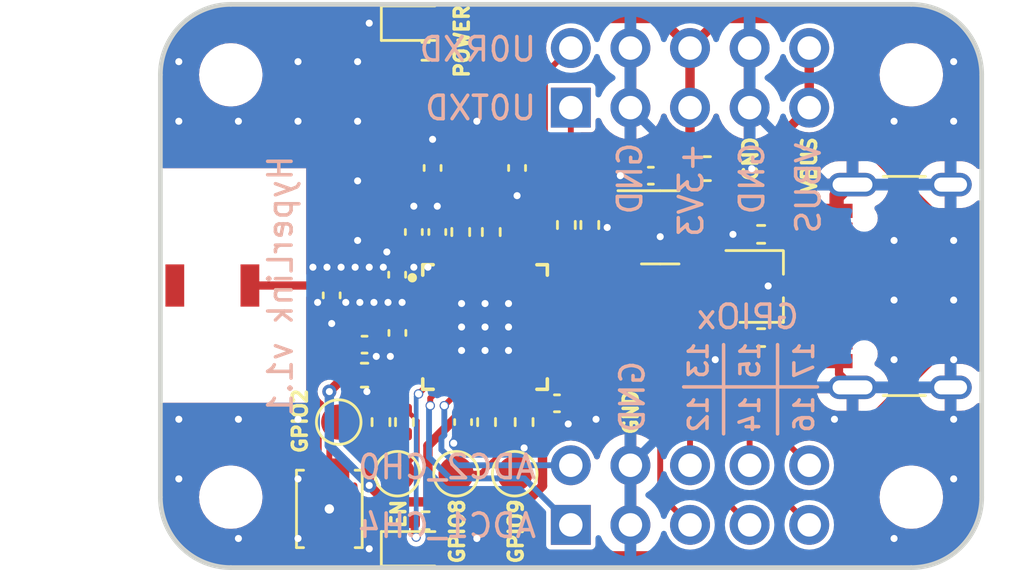
<source format=kicad_pcb>
(kicad_pcb (version 20221018) (generator pcbnew)
  (layers (0 "F.Cu" signal) (31 "B.Cu" signal) (34 "B.Paste" user) (35 "F.Paste" user) (36 "B.SilkS" user "B.Silkscreen") (37 "F.SilkS" user "F.Silkscreen") (38 "B.Mask" user) (39 "F.Mask" user) (44 "Edge.Cuts" user))
  (net 0 "")
  (net 1 "+3V3")
  (net 4 "VBUS")
  (net 5 "GND")
  (net 11 "/USB_D-")
  (net 12 "/USB_D+")
  (net 14 "/GPIO9")
  (net 15 "/GPIO2")
  (net 16 "/EN")
  (net 17 "/RF")
  (net 18 "/ANT")
  (net 19 "/GPIO8")
  (net 20 "/XTAL_P")
  (net 21 "/XTAL_N")
  (net 22 "/XTAL_P_RES")
  (net 23 "/VDD3P3")
  (net 24 "/U0RXD")
  (net 25 "/U0TXD")
  (net 26 "/GPIO12")
  (net 27 "/GPIO13")
  (net 28 "/GPIO14")
  (net 29 "/GPIO15")
  (net 30 "/GPIO16")
  (net 31 "/GPIO17")
  (net 32 "/ADC1_CH4")
  (net 33 "/ADC2_CH0")
  (net 34 "/U0TXD_RES")
  (net 35 "/CC1")
  (net 36 "/CC2")
  (net 38 "/LDO_EN")
  (net 39 "/STATUS_LED_RES")
  (net 40 "/POWER_LED_RES")
  (net 41 "/STATUS_LED")
  (footprint "Package_TO_SOT_SMD:SOT-23-5" (layer "F.Cu") (at 140.3 79.5)
    (fp_text reference "U3" hide)
    (fp_text value "MIC5504-3.3YM5" hide)
  )
  (footprint "Resistor_SMD:R_0402_1005Metric" (layer "F.Cu") (at 144.6 79.8 180)
    (fp_text reference "R7" hide)
    (fp_text value "5k1" hide)
  )
  (footprint "TestPoint:TestPoint_Pad_D1.5mm" (layer "F.Cu") (at 126.6 87.8)
    (fp_text reference "TP4" hide)
    (fp_text value "GPIO2" hide)
  )
  (footprint "MountingHole:MountingHole_2.2mm_M2" (layer "F.Cu") (at 122 73)
    (fp_text reference "H3" hide)
    (fp_text value "MountingHole" hide)
  )
  (footprint "Resistor_SMD:R_0402_1005Metric" (layer "F.Cu") (at 129.4 87.8 90)
    (fp_text reference "R4" hide)
    (fp_text value "10k" hide)
  )
  (footprint "Capacitor_SMD:C_0402_1005Metric" (layer "F.Cu") (at 135.9 87)
    (fp_text reference "C2" hide)
    (fp_text value "100n" hide)
  )
  (footprint "MountingHole:MountingHole_2.2mm_M2" (layer "F.Cu") (at 151 73)
    (fp_text reference "H2" hide)
    (fp_text value "MountingHole" hide)
  )
  (footprint "Resistor_SMD:R_0402_1005Metric" (layer "F.Cu") (at 144.6 84.2 180)
    (fp_text reference "R8" hide)
    (fp_text value "5k1" hide)
  )
  (footprint "Capacitor_SMD:C_0402_1005Metric" (layer "F.Cu") (at 130.6 76.970999 90)
    (fp_text reference "C5" hide)
    (fp_text value "10p" hide)
  )
  (footprint "Resistor_SMD:R_0402_1005Metric" (layer "F.Cu") (at 136.3 79.4 -90)
    (fp_text reference "R1" hide)
    (fp_text value "1k5" hide)
  )
  (footprint "Capacitor_SMD:C_0603_1608Metric" (layer "F.Cu") (at 142.3 77)
    (fp_text reference "C7" hide)
    (fp_text value "10u" hide)
  )
  (footprint "TestPoint:TestPoint_Pad_D1.5mm" (layer "F.Cu") (at 134.1 90)
    (fp_text reference "TP2" hide)
    (fp_text value "GPIO9" hide)
  )
  (footprint "Capacitor_SMD:C_0603_1608Metric" (layer "F.Cu") (at 127.7 85.8)
    (fp_text reference "C18" hide)
    (fp_text value "10u" hide)
  )
  (footprint "encyclopedia_galactica:USB4105-GF-A" (layer "F.Cu") (at 151.6 82 90)
    (fp_text reference "J1" hide)
    (fp_text value "USB_C_Receptacle_USB2.0" hide)
  )
  (footprint "Capacitor_SMD:C_0402_1005Metric" (layer "F.Cu") (at 126.3 82.4 -90)
    (fp_text reference "C14" hide)
    (fp_text value "3p9" hide)
  )
  (footprint "Capacitor_SMD:C_0402_1005Metric" (layer "F.Cu") (at 130.8 79.7 90)
    (fp_text reference "C4" hide)
    (fp_text value "1u" hide)
  )
  (footprint "Capacitor_SMD:C_0402_1005Metric" (layer "F.Cu") (at 129.09 81.52 90)
    (fp_text reference "C1" hide)
    (fp_text value "4p5" hide)
  )
  (footprint "Inductor_SMD:L_0402_1005Metric" (layer "F.Cu") (at 127.7 81.95)
    (fp_text reference "L1" hide)
    (fp_text value "1.8nH" hide)
  )
  (footprint "Capacitor_SMD:C_0402_1005Metric" (layer "F.Cu") (at 134.2 76.970999 -90)
    (fp_text reference "C6" hide)
    (fp_text value "10p" hide)
  )
  (footprint "Inductor_SMD:L_0402_1005Metric" (layer "F.Cu") (at 127.7 83.5)
    (fp_text reference "L2" hide)
    (fp_text value "2n" hide)
  )
  (footprint "TestPoint:TestPoint_Pad_D1.5mm" (layer "F.Cu") (at 131.6 90)
    (fp_text reference "TP3" hide)
    (fp_text value "GPIO8" hide)
  )
  (footprint "Resistor_SMD:R_0402_1005Metric" (layer "F.Cu") (at 137.3 79.4 90)
    (fp_text reference "R10" hide)
    (fp_text value "10k" hide)
  )
  (footprint "Capacitor_SMD:C_0402_1005Metric" (layer "F.Cu") (at 129.1 84 -90)
    (fp_text reference "C15" hide)
    (fp_text value "100n" hide)
  )
  (footprint "MountingHole:MountingHole_2.2mm_M2" (layer "F.Cu") (at 151 91)
    (fp_text reference "H1" hide)
    (fp_text value "MountingHole" hide)
  )
  (footprint "Resistor_SMD:R_0402_1005Metric" (layer "F.Cu") (at 134.5 87.8 -90)
    (fp_text reference "R9" hide)
    (fp_text value "10k" hide)
  )
  (footprint "Connector_PinHeader_2.54mm:PinHeader_2x05_P2.54mm_Vertical" (layer "F.Cu") (at 136.49 92.18 90)
    (fp_text reference "J2" hide)
    (fp_text value "Conn_02x05_Odd_Even" hide)
  )
  (footprint "Connector_PinHeader_2.54mm:PinHeader_2x05_P2.54mm_Vertical" (layer "F.Cu") (at 136.49 74.4 90)
    (fp_text reference "J3" hide)
    (fp_text value "Conn_02x05_Odd_Even" hide)
  )
  (footprint "Capacitor_SMD:C_0402_1005Metric" (layer "F.Cu") (at 129.8 79.7 90)
    (fp_text reference "C3" hide)
    (fp_text value "10n" hide)
  )
  (footprint "Resistor_SMD:R_0402_1005Metric" (layer "F.Cu") (at 132.9 87.8 90)
    (fp_text reference "R2" hide)
    (fp_text value "10k" hide)
  )
  (footprint "Capacitor_SMD:C_0402_1005Metric" (layer "F.Cu") (at 139.9 77.3 180)
    (fp_text reference "C12" hide)
    (fp_text value "1u" hide)
  )
  (footprint "Resistor_SMD:R_0402_1005Metric" (layer "F.Cu") (at 128.4 87.8 90)
    (fp_text reference "R3" hide)
    (fp_text value "10k" hide)
  )
  (footprint "Resistor_SMD:R_0402_1005Metric" (layer "F.Cu") (at 131.8 79.7 -90)
    (fp_text reference "R6" hide)
    (fp_text value "0R" hide)
  )
  (footprint "Resistor_SMD:R_0402_1005Metric" (layer "F.Cu") (at 130.3 72)
    (fp_text reference "R12" hide)
    (fp_text value "1k" hide)
  )
  (footprint "encyclopedia_galactica:ABM11W-30.0000MHZ-7-D1X-T3" (layer "F.Cu") (at 132.400001 77.150999 180)
    (fp_text reference "Y1" hide)
    (fp_text value "ABM11W-40.0000MHZ-8-B1U-T3" hide)
  )
  (footprint "Capacitor_SMD:C_0402_1005Metric" (layer "F.Cu") (at 131.9 87.8 -90)
    (fp_text reference "C17" hide)
    (fp_text value "100n" hide)
  )
  (footprint "Resistor_SMD:R_0402_1005Metric" (layer "F.Cu") (at 130.3 92)
    (fp_text reference "R11" hide)
    (fp_text value "1k" hide)
  )
  (footprint "LED_SMD:LED_0603_1608Metric" (layer "F.Cu") (at 129.9 70.8)
    (fp_text reference "D2" hide)
    (fp_text value "LED" hide)
  )
  (footprint "MountingHole:MountingHole_2.2mm_M2" (layer "F.Cu") (at 122 91)
    (fp_text reference "H4" hide)
    (fp_text value "MountingHole" hide)
  )
  (footprint "Package_TO_SOT_SMD:TSOT-23" (layer "F.Cu") (at 144.6 82)
    (fp_text reference "U2" hide)
    (fp_text value "PESD2USB5UXT" hide)
  )
  (footprint "LED_SMD:LED_0603_1608Metric" (layer "F.Cu") (at 129.9 93.2)
    (fp_text reference "D1" hide)
    (fp_text value "LED" hide)
  )
  (footprint "encyclopedia_galactica:QFN32_5X5_EXP" (layer "F.Cu") (at 132.834851 83.7487)
    (fp_text reference "U1" hide)
    (fp_text value "ESP32-C3" hide)
  )
  (footprint "Capacitor_SMD:C_0402_1005Metric" (layer "F.Cu") (at 127.7 84.5)
    (fp_text reference "C16" hide)
    (fp_text value "100n" hide)
  )
  (footprint "TestPoint:TestPoint_Pad_D1.5mm" (layer "F.Cu") (at 129.1 90)
    (fp_text reference "TP1" hide)
    (fp_text value "EN" hide)
  )
  (footprint "Button_Switch_SMD:SW_SPST_B3U-1000P" (layer "F.Cu") (at 126.2 91.5 90)
    (fp_text reference "SW1" hide)
    (fp_text value "SW_Push" hide)
  )
  (footprint "encyclopedia_galactica:2108838-1" (layer "F.Cu") (at 118.715 81.98)
    (fp_text reference "AE1" hide)
    (fp_text value "2108838-1" hide)
  )
  (footprint "Resistor_SMD:R_0402_1005Metric" (layer "F.Cu") (at 133.1 79.7 -90)
    (fp_text reference "R5" hide)
    (fp_text value "500R" hide)
  )
  (gr_line (start 143 84.5) (end 143 88.3) (stroke (width 0.15)) (layer "B.SilkS"))
  (gr_line (start 145.3 84.5) (end 145.3 88.3) (stroke (width 0.15)) (layer "B.SilkS"))
  (gr_line (start 141.3 86.3) (end 147 86.3) (stroke (width 0.15)) (layer "B.SilkS"))
  (gr_line locked (start 122.000001 94) (end 151 94) (stroke (width 0.2)) (layer "Edge.Cuts"))
  (gr_arc locked (start 154.000002 91.000001) (mid 153.121322 93.121321) (end 151.000002 94.000001) (stroke (width 0.2)) (layer "Edge.Cuts"))
  (gr_line locked (start 119.000001 72.999999) (end 119 91) (stroke (width 0.2)) (layer "Edge.Cuts"))
  (gr_arc locked (start 151.000002 69.999999) (mid 153.121321 70.878679) (end 154.000002 72.999999) (stroke (width 0.2)) (layer "Edge.Cuts"))
  (gr_arc locked (start 122 94.000001) (mid 119.878673 93.121322) (end 119 91.000001) (stroke (width 0.2)) (layer "Edge.Cuts"))
  (gr_line locked (start 154.000003 73) (end 154.000002 91.000001) (stroke (width 0.2)) (layer "Edge.Cuts"))
  (gr_arc locked (start 119.000001 73) (mid 119.878674 70.878667) (end 122.000001 70) (stroke (width 0.2)) (layer "Edge.Cuts"))
  (gr_line locked (start 122.000001 70) (end 151 70) (stroke (width 0.2)) (layer "Edge.Cuts"))
  (gr_text "ADC1_CH4" (at 135.1 92.8) (layer "B.SilkS") (effects (font (size 1 1)) (justify left bottom mirror)))
  (gr_text "GND" (at 139.6 75.8 90) (layer "B.SilkS") (effects (font (size 1 1)) (justify left bottom mirror)))
  (gr_text "12" (at 142.4 86.6 90) (layer "B.SilkS") (effects (font (size 0.8 0.8)) (justify left bottom mirror)))
  (gr_text "GPIOx" (at 146.3 83.9) (layer "B.SilkS") (effects (font (size 1 1)) (justify left bottom mirror)))
  (gr_text "HyperLink v1.1" (at 124.7 76.35 90) (layer "B.SilkS") (effects (font (size 1 1)) (justify left bottom mirror)))
  (gr_text "17" (at 146.9 84.3 90) (layer "B.SilkS") (effects (font (size 0.8 0.8)) (justify left bottom mirror)))
  (gr_text "15" (at 144.6 84.3 90) (layer "B.SilkS") (effects (font (size 0.8 0.8)) (justify left bottom mirror)))
  (gr_text "13" (at 142.4 84.3 90) (layer "B.SilkS") (effects (font (size 0.8 0.8)) (justify left bottom mirror)))
  (gr_text "U0TXD" (at 135.1 75) (layer "B.SilkS") (effects (font (size 1 1)) (justify left bottom mirror)))
  (gr_text "16" (at 146.9 86.6 90) (layer "B.SilkS") (effects (font (size 0.8 0.8)) (justify left bottom mirror)))
  (gr_text "VBUS" (at 147.2 75.8 90) (layer "B.SilkS") (effects (font (size 1 1)) (justify left bottom mirror)))
  (gr_text "+3V3" (at 142.2 75.8 90) (layer "B.SilkS") (effects (font (size 1 1)) (justify left bottom mirror)))
  (gr_text "ADC2_CH0" (at 135.1 90.3) (layer "B.SilkS") (effects (font (size 1 1)) (justify left bottom mirror)))
  (gr_text "U0RXD" (at 135.1 72.5) (layer "B.SilkS") (effects (font (size 1 1)) (justify left bottom mirror)))
  (gr_text "GND" (at 139.7 85.1 90) (layer "B.SilkS") (effects (font (size 1 1)) (justify left bottom mirror)))
  (gr_text "14" (at 144.6 86.6 90) (layer "B.SilkS") (effects (font (size 0.8 0.8)) (justify left bottom mirror)))
  (gr_text "GND" (at 144.8 75.8 90) (layer "B.SilkS") (effects (font (size 1 1)) (justify left bottom mirror)))
  (gr_text "GND" (at 144.5 77.6 90) (layer "F.SilkS") (effects (font (size 0.6 0.6)) (justify left bottom)))
  (gr_text "GPIO9" (at 134.5 93.9 90) (layer "F.SilkS") (effects (font (size 0.6 0.6)) (justify left bottom)))
  (gr_text "GND" (at 139.4 88.4 90) (layer "F.SilkS") (effects (font (size 0.6 0.6)) (justify left bottom)))
  (gr_text "GPIO2" (at 125.3 89.2 90) (layer "F.SilkS") (effects (font (size 0.6 0.6)) (justify left bottom)))
  (gr_text "POWER" (at 132.2 73.2 90) (layer "F.SilkS") (effects (font (size 0.6 0.6)) (justify left bottom)))
  (gr_text "GPIO8" (at 132 93.9 90) (layer "F.SilkS") (effects (font (size 0.6 0.6)) (justify left bottom)))
  (gr_text "VBUS" (at 147 78.1 90) (layer "F.SilkS") (effects (font (size 0.6 0.6)) (justify left bottom)))
  (gr_text "EN" (at 129.5 92.4 90) (layer "F.SilkS") (effects (font (size 0.6 0.6)) (justify left bottom)))
  (segment (start 142.83 70.6) (end 147.325 70.6) (width 0.4) (layer "F.Cu") (net 1))
  (segment (start 131.584851 80.964851) (end 131.084852 80.464852) (width 0.25) (layer "F.Cu") (net 1))
  (segment (start 133.183367 70.6) (end 140.31 70.6) (width 0.4) (layer "F.Cu") (net 1))
  (segment (start 131.914318 87.32) (end 131.9 87.32) (width 0.4) (layer "F.Cu") (net 1))
  (segment (start 128.963 74.820368) (end 130.591684 73.191684) (width 0.4) (layer "F.Cu") (net 1))
  (segment (start 135.283551 90.516449) (end 133.878 91.922) (width 0.4) (layer "F.Cu") (net 1))
  (segment (start 131.885682 87.32) (end 131.9 87.32) (width 0.4) (layer "F.Cu") (net 1))
  (segment (start 130.591684 73.191684) (end 133.183367 70.6) (width 0.4) (layer "F.Cu") (net 1))
  (segment (start 129.8 80.18) (end 129.528529 80.18) (width 0.4) (layer "F.Cu") (net 1))
  (segment (start 126.9 85.8) (end 126.925 85.8) (width 0.4) (layer "F.Cu") (net 1))
  (segment (start 128.963 79.614471) (end 128.963 74.820368) (width 0.4) (layer "F.Cu") (net 1))
  (segment (start 130.4 88.805682) (end 131.885682 87.32) (width 0.4) (layer "F.Cu") (net 1))
  (segment (start 130.4 91.2) (end 130.4 88.805682) (width 0.4) (layer "F.Cu") (net 1))
  (segment (start 126.2 86.5) (end 126.9 85.8) (width 0.4) (layer "F.Cu") (net 1))
  (segment (start 127.22 84.5) (end 127.22 85.505) (width 0.4) (layer "F.Cu") (net 1))
  (segment (start 141.4375 78.55) (end 141.57 78.4175) (width 0.4) (layer "F.Cu") (net 1))
  (segment (start 132.9 88.31) (end 132.9 88.305682) (width 0.4) (layer "F.Cu") (net 1))
  (segment (start 129.79 72.39) (end 130.591684 73.191684) (width 0.4) (layer "F.Cu") (net 1))
  (segment (start 141.025 76.5) (end 141.525 77) (width 0.4) (layer "F.Cu") (net 1))
  (segment (start 131.584851 81.3) (end 131.584851 80.964851) (width 0.25) (layer "F.Cu") (net 1))
  (segment (start 127.22 85.505) (end 126.925 85.8) (width 0.4) (layer "F.Cu") (net 1))
  (segment (start 147.325 70.6) (end 148.2 71.475) (width 0.4) (layer "F.Cu") (net 1))
  (segment (start 140.31 70.6) (end 141.57 71.86) (width 0.4) (layer "F.Cu") (net 1))
  (segment (start 148.2 92.5) (end 147.2 93.5) (width 0.4) (layer "F.Cu") (net 1))
  (segment (start 135.283551 85.498699) (end 135.283551 90.516449) (width 0.4) (layer "F.Cu") (net 1))
  (segment (start 148.2 71.475) (end 148.2 75.2) (width 0.4) (layer "F.Cu") (net 1))
  (segment (start 131.084852 80.464852) (end 130.8 80.18) (width 0.25) (layer "F.Cu") (net 1))
  (segment (start 127.9 90.5) (end 127.9 88.81) (width 0.4) (layer "F.Cu") (net 1))
  (segment (start 147.2 93.5) (end 135.456 93.5) (width 0.4) (layer "F.Cu") (net 1))
  (segment (start 127.9 90.5) (end 128.6 91.2) (width 0.4) (layer "F.Cu") (net 1))
  (segment (start 141.57 78.4175) (end 141.57 74.4) (width 0.4) (layer "F.Cu") (net 1))
  (segment (start 133.878 91.922) (end 133.156 91.2) (width 0.4) (layer "F.Cu") (net 1))
  (segment (start 141.57 71.86) (end 142.83 70.6) (width 0.4) (layer "F.Cu") (net 1))
  (segment (start 151.7 78.7) (end 151.7 85.3) (width 0.4) (layer "F.Cu") (net 1))
  (segment (start 151.7 85.3) (end 148.2 88.8) (width 0.4) (layer "F.Cu") (net 1))
  (segment (start 141.57 74.4) (end 141.57 71.86) (width 0.4) (layer "F.Cu") (net 1))
  (segment (start 128.6 91.2) (end 130.4 91.2) (width 0.4) (layer "F.Cu") (net 1))
  (segment (start 131.084852 81.3) (end 131.084852 80.464852) (width 0.25) (layer "F.Cu") (net 1))
  (segment (start 129.528529 80.18) (end 128.963 79.614471) (width 0.4) (layer "F.Cu") (net 1))
  (segment (start 133.156 91.2) (end 130.4 91.2) (width 0.4) (layer "F.Cu") (net 1))
  (segment (start 130.8 80.18) (end 129.8 80.18) (width 0.4) (layer "F.Cu") (net 1))
  (segment (start 132.08485 87.13515) (end 131.9 87.32) (width 0.25) (layer "F.Cu") (net 1))
  (segment (start 129.4 88.31) (end 128.4 88.31) (width 0.4) (layer "F.Cu") (net 1))
  (segment (start 138.513288 76.5) (end 141.025 76.5) (width 0.4) (layer "F.Cu") (net 1))
  (segment (start 132.9 88.305682) (end 131.914318 87.32) (width 0.4) (layer "F.Cu") (net 1))
  (segment (start 132.08485 86.1974) (end 132.08485 87.13515) (width 0.25) (layer "F.Cu") (net 1))
  (segment (start 136.3 78.713288) (end 138.513288 76.5) (width 0.4) (layer "F.Cu") (net 1))
  (segment (start 127.215 84.495) (end 127.22 84.5) (width 0.4) (layer "F.Cu") (net 1))
  (segment (start 136.3 78.89) (end 136.3 78.713288) (width 0.4) (layer "F.Cu") (net 1))
  (segment (start 135.456 93.5) (end 133.878 91.922) (width 0.4) (layer "F.Cu") (net 1))
  (segment (start 127.9 88.81) (end 128.4 88.31) (width 0.4) (layer "F.Cu") (net 1))
  (segment (start 148.2 75.2) (end 151.7 78.7) (width 0.4) (layer "F.Cu") (net 1))
  (segment (start 148.2 88.8) (end 148.2 92.5) (width 0.4) (layer "F.Cu") (net 1))
  (segment (start 127.215 83.5) (end 127.215 84.495) (width 0.4) (layer "F.Cu") (net 1))
  (segment (start 129.79 72) (end 129.79 72.39) (width 0.4) (layer "F.Cu") (net 1))
  (via (at 126.2 86.5) (size 0.6) (drill 0.3) (layers "F.Cu" "B.Cu") (net 1))
  (via (at 127.9 90.5) (size 0.6) (drill 0.3) (layers "F.Cu" "B.Cu") (net 1))
  (segment (start 127.9 90.5) (end 126.2 88.8) (width 0.4) (layer "B.Cu") (net 1))
  (segment (start 126.2 88.8) (end 126.2 86.5) (width 0.4) (layer "B.Cu") (net 1))
  (segment (start 147.92 84.4) (end 148.42434 84.4) (width 0.35) (layer "F.Cu") (net 4))
  (segment (start 149.597 80.77266) (end 148.42434 79.6) (width 0.35) (layer "F.Cu") (net 4))
  (segment (start 148.42434 84.4) (end 149.597 83.22734) (width 0.35) (layer "F.Cu") (net 4))
  (segment (start 145.452 75.598) (end 145.452 79.152) (width 0.4) (layer "F.Cu") (net 4))
  (segment (start 145.9 79.6) (end 145.452 79.152) (width 0.35) (layer "F.Cu") (net 4))
  (segment (start 140.132112 78.55) (end 139.1625 78.55) (width 0.35) (layer "F.Cu") (net 4))
  (segment (start 147.92 79.6) (end 145.9 79.6) (width 0.35) (layer "F.Cu") (net 4))
  (segment (start 149.597 83.22734) (end 149.597 80.77266) (width 0.35) (layer "F.Cu") (net 4))
  (segment (start 148.42434 79.6) (end 147.92 79.6) (width 0.35) (layer "F.Cu") (net 4))
  (segment (start 137.64 78.55) (end 139.1625 78.55) (width 0.25) (layer "F.Cu") (net 4))
  (segment (start 146.65 74.4) (end 146.65 71.86) (width 0.4) (layer "F.Cu") (net 4))
  (segment (start 137.3 78.89) (end 137.64 78.55) (width 0.25) (layer "F.Cu") (net 4))
  (segment (start 145.452 79.152) (end 140.734112 79.152) (width 0.35) (layer "F.Cu") (net 4))
  (segment (start 140.734112 79.152) (end 140.132112 78.55) (width 0.35) (layer "F.Cu") (net 4))
  (segment (start 140.38 77.3) (end 140.38 78.302112) (width 0.35) (layer "F.Cu") (net 4))
  (segment (start 140.38 78.302112) (end 140.132112 78.55) (width 0.35) (layer "F.Cu") (net 4))
  (segment (start 146.65 74.4) (end 145.452 75.598) (width 0.4) (layer "F.Cu") (net 4))
  (segment (start 147.92 78.8) (end 147.92 78.255) (width 0.4) (layer "F.Cu") (net 5))
  (segment (start 144.9 82) (end 145.91 82) (width 0.25) (layer "F.Cu") (net 5))
  (segment (start 147.92 85.745) (end 148.495 86.32) (width 0.35) (layer "F.Cu") (net 5))
  (segment (start 147.92 85.2) (end 147.92 85.745) (width 0.35) (layer "F.Cu") (net 5))
  (segment (start 128.65 80.55) (end 129.09 80.99) (width 0.4) (layer "F.Cu") (net 5))
  (segment (start 144.09 84.2) (end 145.09 85.2) (width 0.25) (layer "F.Cu") (net 5))
  (segment (start 139.42 77.3) (end 138.6 77.3) (width 0.4) (layer "F.Cu") (net 5))
  (segment (start 129.09 80.99) (end 129.09 81.04) (width 0.4) (layer "F.Cu") (net 5))
  (segment (start 128.799503 84.780497) (end 129.1 84.48) (width 0.25) (layer "F.Cu") (net 5))
  (segment (start 136.38 87) (end 136.38 87.88) (width 0.25) (layer "F.Cu") (net 5))
  (segment (start 131.5 88.7) (end 131.9 88.3) (width 0.4) (layer "F.Cu") (net 5))
  (segment (start 131.590001 76.490999) (end 131.763001 76.663999) (width 0.2) (layer "F.Cu") (net 5))
  (segment (start 130.6 75.750999) (end 130.6 76.490999) (width 0.25) (layer "F.Cu") (net 5))
  (segment (start 130.6 76.490999) (end 131.590001 76.490999) (width 0.2) (layer "F.Cu") (net 5))
  (segment (start 128.2 84.52) (end 128.18 84.5) (width 0.25) (layer "F.Cu") (net 5))
  (segment (start 126.2 93.2) (end 126.2 91.5) (width 0.4) (layer "F.Cu") (net 5))
  (segment (start 143.4 79.8) (end 144.09 79.8) (width 0.4) (layer "F.Cu") (net 5))
  (segment (start 128.2 85) (end 128.2 84.52) (width 0.25) (layer "F.Cu") (net 5))
  (segment (start 138.046557 79.5) (end 139.1625 79.5) (width 0.4) (layer "F.Cu") (net 5))
  (segment (start 134.2 78.150999) (end 134.2 77.450999) (width 0.25) (layer "F.Cu") (net 5))
  (segment (start 133.224001 77.450999) (end 133.037001 77.637999) (width 0.2) (layer "F.Cu") (net 5))
  (segment (start 139.9 79.5) (end 139.1625 79.5) (width 0.4) (layer "F.Cu") (net 5))
  (segment (start 145.09 85.2) (end 147.92 85.2) (width 0.25) (layer "F.Cu") (net 5))
  (segment (start 128.475 85.825) (end 128.475 85.8) (width 0.4) (layer "F.Cu") (net 5))
  (segment (start 129.8 78.6) (end 129.8 79.22) (width 0.25) (layer "F.Cu") (net 5))
  (segment (start 144.2 77) (end 143.075 77) (width 0.4) (layer "F.Cu") (net 5))
  (segment (start 140.3 79.9) (end 139.9 79.5) (width 0.4) (layer "F.Cu") (net 5))
  (segment (start 129.1125 93.2) (end 128 93.2) (width 0.25) (layer "F.Cu") (net 5))
  (segment (start 126.3 82.88) (end 126.3 83.6) (width 0.4) (layer "F.Cu") (net 5))
  (segment (start 127.8 86.5) (end 128.475 85.825) (width 0.4) (layer "F.Cu") (net 5))
  (segment (start 147.92 78.255) (end 148.495 77.68) (width 0.4) (layer "F.Cu") (net 5))
  (segment (start 134.2 77.450999) (end 133.224001 77.450999) (width 0.2) (layer "F.Cu") (net 5))
  (segment (start 129.1125 70.8) (end 128 70.8) (width 0.25) (layer "F.Cu") (net 5))
  (segment (start 130.8 78.6) (end 130.8 79.22) (width 0.25) (layer "F.Cu") (net 5))
  (segment (start 134.5 88.9) (end 134.5 88.31) (width 0.4) (layer "F.Cu") (net 5))
  (segment (start 138.040639 79.505918) (end 138.046557 79.5) (width 0.4) (layer "F.Cu") (net 5))
  (segment (start 131.9 88.3) (end 131.9 88.28) (width 0.4) (layer "F.Cu") (net 5))
  (segment (start 128.799503 85) (end 128.799503 84.780497) (width 0.25) (layer "F.Cu") (net 5))
  (via (at 150.265 85.139999) (size 0.4) (drill 0.3) (layers "F.Cu" "B.Cu") (net 5))
  (via (at 152.805 72.439999) (size 0.4) (drill 0.3) (layers "F.Cu" "B.Cu") (net 5))
  (via (at 130.4 81.2) (size 0.4) (drill 0.3) (layers "F.Cu" "B.Cu") (net 5))
  (via (at 128.65 80.55) (size 0.4) (drill 0.3) (layers "F.Cu" "B.Cu") (net 5))
  (via (at 126.9 82.7) (size 0.4) (drill 0.3) (layers "F.Cu" "B.Cu") (net 5))
  (via (at 150.265 74.979999) (size 0.4) (drill 0.3) (layers "F.Cu" "B.Cu") (net 5))
  (via (at 137.565 87.679999) (size 0.4) (drill 0.3) (layers "F.Cu" "B.Cu") (net 5))
  (via (at 124.865 74.979999) (size 0.4) (drill 0.3) (layers "F.Cu" "B.Cu") (net 5))
  (via (at 119.785 72.439999) (size 0.4) (drill 0.3) (layers "F.Cu" "B.Cu") (net 5))
  (via (at 138.6 77.3) (size 0.6) (drill 0.3) (layers "F.Cu" "B.Cu") (net 5))
  (via (at 119.785 90.219999) (size 0.4) (drill 0.3) (layers "F.Cu" "B.Cu") (net 5))
  (via (at 129.8 81.2) (size 0.4) (drill 0.3) (layers "F.Cu" "B.Cu") (net 5))
  (via (at 127.9 93.2) (size 0.6) (drill 0.3) (layers "F.Cu" "B.Cu") (net 5))
  (via (at 128.1 82.7) (size 0.4) (drill 0.3) (layers "F.Cu" "B.Cu") (net 5))
  (via (at 152.805 82.599999) (size 0.4) (drill 0.3) (layers "F.Cu" "B.Cu") (net 5))
  (via (at 119.785 74.979999) (size 0.4) (drill 0.3) (layers "F.Cu" "B.Cu") (net 5))
  (via (at 133.834851 84.7487) (size 0.4) (drill 0.3) (layers "F.Cu" "B.Cu") (net 5))
  (via (at 122.325 87.679999) (size 0.4) (drill 0.3) (layers "F.Cu" "B.Cu") (net 5))
  (via (at 126.7 81.2) (size 0.4) (drill 0.3) (layers "F.Cu" "B.Cu") (net 5))
  (via (at 134.2 78.150999) (size 0.4) (drill 0.3) (layers "F.Cu" "B.Cu") (net 5))
  (via (at 132.834851 83.7487) (size 0.4) (drill 0.3) (layers "F.Cu" "B.Cu") (net 5))
  (via (at 152.805 87.679999) (size 0.4) (drill 0.3) (layers "F.Cu" "B.Cu") (net 5))
  (via (at 131.834851 84.7487) (size 0.4) (drill 0.3) (layers "F.Cu" "B.Cu") (net 5))
  (via (at 127.5 82.7) (size 0.4) (drill 0.3) (layers "F.Cu" "B.Cu") (net 5))
  (via (at 132.485 74.979999) (size 0.4) (drill 0.3) (layers "F.Cu" "B.Cu") (net 5))
  (via (at 134.5 88.9) (size 0.4) (drill 0.3) (layers "F.Cu" "B.Cu") (net 5))
  (via (at 136.38 87.88) (size 0.6) (drill 0.3) (layers "F.Cu" "B.Cu") (net 5))
  (via (at 144.2 77) (size 0.6) (drill 0.3) (layers "F.Cu" "B.Cu") (net 5))
  (via (at 147.725 87.679999) (size 0.4) (drill 0.3) (layers "F.Cu" "B.Cu") (net 5))
  (via (at 127.405 72.439999) (size 0.4) (drill 0.3) (layers "F.Cu" "B.Cu") (net 5))
  (via (at 138.040639 79.505918) (size 0.6) (drill 0.3) (layers "F.Cu" "B.Cu") (net 5))
  (via (at 131.834851 83.7487) (size 0.4) (drill 0.3) (layers "F.Cu" "B.Cu") (net 5))
  (via (at 132.834851 82.7487) (size 0.4) (drill 0.3) (layers "F.Cu" "B.Cu") (net 5))
  (via (at 150.265 92.759999) (size 0.4) (drill 0.3) (layers "F.Cu" "B.Cu") (net 5))
  (via (at 130.6 75.750999) (size 0.4) (drill 0.3) (layers "F.Cu" "B.Cu") (net 5))
  (via (at 126.2 91.5) (size 0.9) (drill 0.4) (layers "F.Cu" "B.Cu") (net 5))
  (via (at 152.805 74.979999) (size 0.4) (drill 0.3) (layers "F.Cu" "B.Cu") (net 5))
  (via (at 152.805 85.139999) (size 0.4) (drill 0.3) (layers "F.Cu" "B.Cu") (net 5))
  (via (at 128.799503 85) (size 0.4) (drill 0.3) (layers "F.Cu" "B.Cu") (net 5))
  (via (at 144.9 82) (size 0.6) (drill 0.3) (layers "F.Cu" "B.Cu") (net 5))
  (via (at 143.4 79.8) (size 0.6) (drill 0.3) (layers "F.Cu" "B.Cu") (net 5))
  (via (at 124.865 92.759999) (size 0.4) (drill 0.3) (layers "F.Cu" "B.Cu") (net 5))
  (via (at 150.265 82.599999) (size 0.4) (drill 0.3) (layers "F.Cu" "B.Cu") (net 5))
  (via (at 133.834851 83.7487) (size 0.4) (drill 0.3) (layers "F.Cu" "B.Cu") (net 5))
  (via (at 131.834851 82.7487) (size 0.4) (drill 0.3) (layers "F.Cu" "B.Cu") (net 5))
  (via (at 127.3 81.2) (size 0.4) (drill 0.3) (layers "F.Cu" "B.Cu") (net 5))
  (via (at 127.405 77.519999) (size 0.4) (drill 0.3) (layers "F.Cu" "B.Cu") (net 5))
  (via (at 128.7 82.7) (size 0.4) (drill 0.3) (layers "F.Cu" "B.Cu") (net 5))
  (via (at 142.645 85.139999) (size 0.4) (drill 0.3) (layers "F.Cu" "B.Cu") (net 5))
  (via (at 132.485 92.759999) (size 0.4) (drill 0.3) (layers "F.Cu" "B.Cu") (net 5))
  (via (at 129.8 78.6) (size 0.4) (drill 0.3) (layers "F.Cu" "B.Cu") (net 5))
  (via (at 132.834851 84.7487) (size 0.4) (drill 0.3) (layers "F.Cu" "B.Cu") (net 5))
  (via (at 126.3 83.6) (size 0.4) (drill 0.3) (layers "F.Cu" "B.Cu") (net 5))
  (via (at 130.8 78.6) (size 0.4) (drill 0.3) (layers "F.Cu" "B.Cu") (net 5))
  (via (at 125.7 82.7) (size 0.4) (drill 0.3) (layers "F.Cu" "B.Cu") (net 5))
  (via (at 124.865 72.439999) (size 0.4) (drill 0.3) (layers "F.Cu" "B.Cu") (net 5))
  (via (at 152.805 80.059999) (size 0.4) (drill 0.3) (layers "F.Cu" "B.Cu") (net 5))
  (via (at 140.3 79.9) (size 0.6) (drill 0.3) (layers "F.Cu" "B.Cu") (net 5))
  (via (at 122.325 74.979999) (size 0.4) (drill 0.3) (layers "F.Cu" "B.Cu") (net 5))
  (via (at 128.2 85) (size 0.4) (drill 0.3) (layers "F.Cu" "B.Cu") (net 5))
  (via (at 129.3 82.7) (size 0.4) (drill 0.3) (layers "F.Cu" "B.Cu") (net 5))
  (via (at 126.099503 81.2) (size 0.4) (drill 0.3) (layers "F.Cu" "B.Cu") (net 5))
  (via (at 127.405 74.979999) (size 0.4) (drill 0.3) (layers "F.Cu" "B.Cu") (net 5))
  (via (at 133.834851 82.7487) (size 0.4) (drill 0.3) (layers "F.Cu" "B.Cu") (net 5))
  (via (at 124.865 90.219999) (size 0.4) (drill 0.3) (layers "F.Cu" "B.Cu") (net 5))
  (via (at 150.265 80.059999) (size 0.4) (drill 0.3) (layers "F.Cu" "B.Cu") (net 5))
  (via (at 124.865 87.679999) (size 0.4) (drill 0.3) (layers "F.Cu" "B.Cu") (net 5))
  (via (at 125.5 81.2) (size 0.4) (drill 0.3) (layers "F.Cu" "B.Cu") (net 5))
  (via (at 131.5 88.7) (size 0.4) (drill 0.3) (layers "F.Cu" "B.Cu") (net 5))
  (via (at 152.805 90.219999) (size 0.4) (drill 0.3) (layers "F.Cu" "B.Cu") (net 5))
  (via (at 127.405 80.059999) (size 0.4) (drill 0.3) (layers "F.Cu" "B.Cu") (net 5))
  (via (at 127.9 81.2) (size 0.4) (drill 0.3) (layers "F.Cu" "B.Cu") (net 5))
  (via (at 119.785 87.679999) (size 0.4) (drill 0.3) (layers "F.Cu" "B.Cu") (net 5))
  (via (at 128.5 81.2) (size 0.4) (drill 0.3) (layers "F.Cu" "B.Cu") (net 5))
  (via (at 127.8 86.5) (size 0.6) (drill 0.3) (layers "F.Cu" "B.Cu") (net 5))
  (via (at 122.325 92.759999) (size 0.4) (drill 0.3) (layers "F.Cu" "B.Cu") (net 5))
  (via (at 127.9 70.8) (size 0.6) (drill 0.3) (layers "F.Cu" "B.Cu") (net 5))
  (segment (start 139.03 92.18) (end 139.03 89.64) (width 0.4) (layer "B.Cu") (net 5))
  (segment (start 142.35 86.32) (end 148.495 86.32) (width 0.4) (layer "B.Cu") (net 5))
  (segment (start 139.03 89.64) (end 142.35 86.32) (width 0.4) (layer "B.Cu") (net 5))
  (segment (start 147.39 77.68) (end 148.495 77.68) (width 0.4) (layer "B.Cu") (net 5))
  (segment (start 144.11 71.86) (end 144.11 74.4) (width 0.4) (layer "B.Cu") (net 5))
  (segment (start 139.03 74.4) (end 142.31 77.68) (width 0.4) (layer "B.Cu") (net 5))
  (segment (start 139.03 71.86) (end 139.03 74.4) (width 0.4) (layer "B.Cu") (net 5))
  (segment (start 144.11 74.4) (end 147.39 77.68) (width 0.4) (layer "B.Cu") (net 5))
  (segment (start 151 84.099999) (end 150.9 83.999999) (width 0.4) (layer "B.Cu") (net 5))
  (segment (start 142.31 77.68) (end 148.495 77.68) (width 0.4) (layer "B.Cu") (net 5))
  (segment (start 148.55 81.75) (end 147.92 81.75) (width 0.25) (layer "F.Cu") (net 11))
  (segment (start 134.58485 81.01515) (end 134.723 80.877) (width 0.25) (layer "F.Cu") (net 11))
  (segment (start 138.523684 82.2) (end 144.3 82.2) (width 0.25) (layer "F.Cu") (net 11))
  (segment (start 148.8 82.5) (end 148.8 82) (width 0.25) (layer "F.Cu") (net 11))
  (segment (start 144.85 82.75) (end 147.92 82.75) (width 0.25) (layer "F.Cu") (net 11))
  (segment (start 148.8 82) (end 148.55 81.75) (width 0.25) (layer "F.Cu") (net 11))
  (segment (start 147.92 82.75) (end 148.55 82.75) (width 0.25) (layer "F.Cu") (net 11))
  (segment (start 137.200684 80.877) (end 138.523684 82.2) (width 0.25) (layer "F.Cu") (net 11))
  (segment (start 144.3 82.2) (end 144.85 82.75) (width 0.25) (layer "F.Cu") (net 11))
  (segment (start 134.58485 81.3) (end 134.58485 81.01515) (width 0.25) (layer "F.Cu") (net 11))
  (segment (start 148.55 82.75) (end 148.8 82.5) (width 0.25) (layer "F.Cu") (net 11))
  (segment (start 134.723 80.877) (end 137.200684 80.877) (width 0.25) (layer "F.Cu") (net 11))
  (segment (start 143.29 82.21) (end 143.29 82.95) (width 0.25) (layer "F.Cu") (net 11))
  (segment (start 144.3 81.8) (end 144.85 81.25) (width 0.25) (layer "F.Cu") (net 12))
  (segment (start 144.85 81.25) (end 147.7615 81.25) (width 0.25) (layer "F.Cu") (net 12))
  (segment (start 138.656842 81.8) (end 144.3 81.8) (width 0.25) (layer "F.Cu") (net 12))
  (segment (start 143.29 81.79) (end 143.29 81.05) (width 0.25) (layer "F.Cu") (net 12))
  (segment (start 147.7615 82.25) (end 146.95 82.25) (width 0.25) (layer "F.Cu") (net 12))
  (segment (start 136.3 80.5) (end 137.356842 80.5) (width 0.25) (layer "F.Cu") (net 12))
  (segment (start 134.084851 80.915149) (end 134.084851 81.3) (width 0.25) (layer "F.Cu") (net 12))
  (segment (start 134.5 80.5) (end 134.084851 80.915149) (width 0.25) (layer "F.Cu") (net 12))
  (segment (start 137.356842 80.5) (end 138.656842 81.8) (width 0.25) (layer "F.Cu") (net 12))
  (segment (start 146.776 82.076) (end 146.776 81.274) (width 0.25) (layer "F.Cu") (net 12))
  (segment (start 136.3 79.91) (end 136.3 80.5) (width 0.25) (layer "F.Cu") (net 12))
  (segment (start 136.3 80.5) (end 134.5 80.5) (width 0.25) (layer "F.Cu") (net 12))
  (segment (start 146.95 82.25) (end 146.776 82.076) (width 0.25) (layer "F.Cu") (net 12))
  (segment (start 133.928 88.010958) (end 133.928 89.828) (width 0.25) (layer "F.Cu") (net 14))
  (segment (start 134.084851 86.1974) (end 134.084851 87.854107) (width 0.25) (layer "F.Cu") (net 14))
  (segment (start 133.928 89.828) (end 134.1 90) (width 0.25) (layer "F.Cu") (net 14))
  (segment (start 134.084851 87.854107) (end 133.928 88.010958) (width 0.25) (layer "F.Cu") (net 14))
  (segment (start 129.151464 85.362239) (end 129.152 85.362775) (width 0.2) (layer "F.Cu") (net 15))
  (segment (start 130.386151 84.498701) (end 130.015002 84.498701) (width 0.2) (layer "F.Cu") (net 15))
  (segment (start 126.2 88.2) (end 126.6 87.8) (width 0.25) (layer "F.Cu") (net 15))
  (segment (start 127.11 87.29) (end 126.6 87.8) (width 0.25) (layer "F.Cu") (net 15))
  (segment (start 129.152 85.362775) (end 129.152 86.538) (width 0.2) (layer "F.Cu") (net 15))
  (segment (start 130.015002 84.498701) (end 129.151464 85.362239) (width 0.2) (layer "F.Cu") (net 15))
  (segment (start 128.4 87.29) (end 127.11 87.29) (width 0.25) (layer "F.Cu") (net 15))
  (segment (start 129.152 86.538) (end 128.4 87.29) (width 0.2) (layer "F.Cu") (net 15))
  (segment (start 126.2 89.8) (end 126.2 88.2) (width 0.25) (layer "F.Cu") (net 15))
  (segment (start 129.947 89.153) (end 129.1 90) (width 0.2) (layer "F.Cu") (net 16))
  (segment (start 129.947 87.747) (end 129.947 89.153) (width 0.2) (layer "F.Cu") (net 16))
  (segment (start 129.977451 84.9987) (end 130.386151 84.9987) (width 0.2) (layer "F.Cu") (net 16))
  (segment (start 129.65 87.45) (end 129.947 87.747) (width 0.2) (layer "F.Cu") (net 16))
  (segment (start 129.479 87.211) (end 129.479 85.497151) (width 0.2) (layer "F.Cu") (net 16))
  (segment (start 129.4 87.29) (end 129.479 87.211) (width 0.2) (layer "F.Cu") (net 16))
  (segment (start 129.479 85.497151) (end 129.977451 84.9987) (width 0.2) (layer "F.Cu") (net 16))
  (segment (start 127.185 81.98) (end 122.815 81.98) (width 0.35) (layer "F.Cu") (net 17))
  (segment (start 127.215 81.95) (end 127.185 81.98) (width 0.35) (layer "F.Cu") (net 17))
  (segment (start 128.2317 81.9967) (end 130.386151 81.9967) (width 0.35) (layer "F.Cu") (net 18))
  (segment (start 128.185 81.95) (end 128.2317 81.9967) (width 0.35) (layer "F.Cu") (net 18))
  (segment (start 131.6 90) (end 132.66066 90) (width 0.25) (layer "F.Cu") (net 19))
  (segment (start 133.51 87.29) (end 133.584852 87.215148) (width 0.25) (layer "F.Cu") (net 19))
  (segment (start 132.9 87.29) (end 133.51 87.29) (width 0.25) (layer "F.Cu") (net 19))
  (segment (start 133.584852 86.1974) (end 133.584852 87.215148) (width 0.25) (layer "F.Cu") (net 19))
  (segment (start 133.51 89.15066) (end 133.51 87.29) (width 0.25) (layer "F.Cu") (net 19))
  (segment (start 132.66066 90) (end 133.51 89.15066) (width 0.25) (layer "F.Cu") (net 19))
  (segment (start 131.8 77.674998) (end 131.576001 77.450999) (width 0.2) (layer "F.Cu") (net 20))
  (segment (start 131.8 79.19) (end 131.8 77.674998) (width 0.2) (layer "F.Cu") (net 20))
  (segment (start 131.576001 77.450999) (end 130.6 77.450999) (width 0.2) (layer "F.Cu") (net 20))
  (segment (start 132.427001 77.172999) (end 133.058601 76.541399) (width 0.2) (layer "F.Cu") (net 21))
  (segment (start 132.427001 80.563551) (end 132.427001 77.172999) (width 0.2) (layer "F.Cu") (net 21))
  (segment (start 134.2 76.490999) (end 133.212401 76.490999) (width 0.2) (layer "F.Cu") (net 21))
  (segment (start 133.212401 76.490999) (end 133.162001 76.541399) (width 0.2) (layer "F.Cu") (net 21))
  (segment (start 132.584851 81.3) (end 132.584851 80.721401) (width 0.2) (layer "F.Cu") (net 21))
  (segment (start 132.584851 80.721401) (end 132.427001 80.563551) (width 0.2) (layer "F.Cu") (net 21))
  (segment (start 133.058601 76.541399) (end 133.162001 76.541399) (width 0.2) (layer "F.Cu") (net 21))
  (segment (start 132.08485 80.69485) (end 131.6 80.21) (width 0.25) (layer "F.Cu") (net 22))
  (segment (start 132.08485 81.3) (end 132.08485 80.69485) (width 0.25) (layer "F.Cu") (net 22))
  (segment (start 130.386151 82.998699) (end 129.743764 82.998699) (width 0.25) (layer "F.Cu") (net 23))
  (segment (start 128.185 83.5) (end 129.08 83.5) (width 0.4) (layer "F.Cu") (net 23))
  (segment (start 130.386151 82.4987) (end 130.243763 82.4987) (width 0.25) (layer "F.Cu") (net 23))
  (segment (start 129.743764 82.998699) (end 129.222463 83.52) (width 0.25) (layer "F.Cu") (net 23))
  (segment (start 130.243763 82.4987) (end 129.743764 82.998699) (width 0.25) (layer "F.Cu") (net 23))
  (segment (start 129.08 83.5) (end 129.1 83.52) (width 0.4) (layer "F.Cu") (net 23))
  (segment (start 129.222463 83.52) (end 129.1 83.52) (width 0.25) (layer "F.Cu") (net 23))
  (segment (start 133.584852 80.615148) (end 136.49 77.71) (width 0.25) (layer "F.Cu") (net 24))
  (segment (start 133.584852 81.3) (end 133.584852 80.615148) (width 0.25) (layer "F.Cu") (net 24))
  (segment (start 136.49 77.71) (end 136.49 74.4) (width 0.25) (layer "F.Cu") (net 24))
  (segment (start 135.388 78.012) (end 135.388 72.962) (width 0.25) (layer "F.Cu") (net 25))
  (segment (start 135.388 72.962) (end 136.49 71.86) (width 0.25) (layer "F.Cu") (net 25))
  (segment (start 134.21 79.19) (end 135.388 78.012) (width 0.25) (layer "F.Cu") (net 25))
  (segment (start 133.1 79.19) (end 134.21 79.19) (width 0.25) (layer "F.Cu") (net 25))
  (segment (start 140.3 90.91) (end 141.57 92.18) (width 0.25) (layer "F.Cu") (net 26))
  (segment (start 140.3 87.175264) (end 140.3 90.91) (width 0.25) (layer "F.Cu") (net 26))
  (segment (start 135.283551 84.498701) (end 137.623437 84.498701) (width 0.25) (layer "F.Cu") (net 26))
  (segment (start 137.623437 84.498701) (end 140.3 87.175264) (width 0.25) (layer "F.Cu") (net 26))
  (segment (start 141.57 87.912106) (end 141.57 89.64) (width 0.25) (layer "F.Cu") (net 27))
  (segment (start 135.283551 83.9987) (end 137.656594 83.9987) (width 0.25) (layer "F.Cu") (net 27))
  (segment (start 137.656594 83.9987) (end 141.57 87.912106) (width 0.25) (layer "F.Cu") (net 27))
  (segment (start 142.9 90.97) (end 144.11 92.18) (width 0.25) (layer "F.Cu") (net 28))
  (segment (start 142.9 88.708948) (end 142.9 90.97) (width 0.25) (layer "F.Cu") (net 28))
  (segment (start 135.283551 83.4987) (end 137.689752 83.4987) (width 0.25) (layer "F.Cu") (net 28))
  (segment (start 137.689752 83.4987) (end 142.9 88.708948) (width 0.25) (layer "F.Cu") (net 28))
  (segment (start 144.11 88.243158) (end 144.11 89.64) (width 0.25) (layer "F.Cu") (net 29))
  (segment (start 137.722909 82.998699) (end 142.17821 87.454) (width 0.25) (layer "F.Cu") (net 29))
  (segment (start 143.320842 87.454) (end 144.11 88.243158) (width 0.25) (layer "F.Cu") (net 29))
  (segment (start 135.283551 82.998699) (end 137.722909 82.998699) (width 0.25) (layer "F.Cu") (net 29))
  (segment (start 142.17821 87.454) (end 143.320842 87.454) (width 0.25) (layer "F.Cu") (net 29))
  (segment (start 145.4 90.93) (end 146.65 92.18) (width 0.25) (layer "F.Cu") (net 30))
  (segment (start 143.477 87.077) (end 145.4 89) (width 0.25) (layer "F.Cu") (net 30))
  (segment (start 145.4 89) (end 145.4 90.93) (width 0.25) (layer "F.Cu") (net 30))
  (segment (start 137.756068 82.4987) (end 142.334368 87.077) (width 0.25) (layer "F.Cu") (net 30))
  (segment (start 135.283551 82.4987) (end 137.756068 82.4987) (width 0.25) (layer "F.Cu") (net 30))
  (segment (start 142.334368 87.077) (end 143.477 87.077) (width 0.25) (layer "F.Cu") (net 30))
  (segment (start 142.490526 86.7) (end 143.71 86.7) (width 0.25) (layer "F.Cu") (net 31))
  (segment (start 135.283551 81.998701) (end 137.789227 81.998701) (width 0.25) (layer "F.Cu") (net 31))
  (segment (start 143.71 86.7) (end 146.65 89.64) (width 0.25) (layer "F.Cu") (net 31))
  (segment (start 137.789227 81.998701) (end 142.490526 86.7) (width 0.25) (layer "F.Cu") (net 31))
  (segment (start 130.5 86.782252) (end 131.084852 86.1974) (width 0.25) (layer "F.Cu") (net 32))
  (segment (start 130.5 87.1) (end 130.5 86.782252) (width 0.25) (layer "F.Cu") (net 32))
  (via (at 130.5 87.1) (size 0.4) (drill 0.3) (layers "F.Cu" "B.Cu") (net 32))
  (segment (start 130.448 87.152) (end 130.448 89.298) (width 0.25) (layer "B.Cu") (net 32))
  (segment (start 130.448 89.298) (end 131.35 90.2) (width 0.25) (layer "B.Cu") (net 32))
  (segment (start 134.51 90.2) (end 136.49 92.18) (width 0.25) (layer "B.Cu") (net 32))
  (segment (start 130.5 87.1) (end 130.448 87.152) (width 0.25) (layer "B.Cu") (net 32))
  (segment (start 131.35 90.2) (end 134.51 90.2) (width 0.25) (layer "B.Cu") (net 32))
  (segment (start 131.584851 86.6149) (end 131.584851 86.1974) (width 0.25) (layer "F.Cu") (net 33))
  (segment (start 131.099503 87.100248) (end 131.584851 86.6149) (width 0.25) (layer "F.Cu") (net 33))
  (via (at 131.099503 87.100248) (size 0.4) (drill 0.3) (layers "F.Cu" "B.Cu") (net 33))
  (segment (start 131.099503 88.358034) (end 130.975 88.482537) (width 0.25) (layer "B.Cu") (net 33))
  (segment (start 131.099503 87.100248) (end 131.099503 88.358034) (width 0.25) (layer "B.Cu") (net 33))
  (segment (start 131.64 89.64) (end 136.49 89.64) (width 0.25) (layer "B.Cu") (net 33))
  (segment (start 130.975 88.975) (end 131.64 89.64) (width 0.25) (layer "B.Cu") (net 33))
  (segment (start 130.975 88.482537) (end 130.975 88.975) (width 0.25) (layer "B.Cu") (net 33))
  (segment (start 133.084851 81.3) (end 133.084851 80.365149) (width 0.25) (layer "F.Cu") (net 34))
  (segment (start 145.7225 84.2) (end 145.11 84.2) (width 0.25) (layer "F.Cu") (net 35))
  (segment (start 147.92 83.25) (end 146.6725 83.25) (width 0.25) (layer "F.Cu") (net 35))
  (segment (start 146.6725 83.25) (end 145.7225 84.2) (width 0.25) (layer "F.Cu") (net 35))
  (segment (start 145.56 80.25) (end 147.92 80.25) (width 0.25) (layer "F.Cu") (net 36))
  (segment (start 145.11 79.8) (end 145.56 80.25) (width 0.25) (layer "F.Cu") (net 36))
  (segment (start 137.84 80.45) (end 139.1625 80.45) (width 0.25) (layer "F.Cu") (net 38))
  (segment (start 137.3 79.91) (end 137.84 80.45) (width 0.25) (layer "F.Cu") (net 38))
  (segment (start 130.81 92) (end 130.81 93.0775) (width 0.25) (layer "F.Cu") (net 39))
  (segment (start 130.81 93.0775) (end 130.6875 93.2) (width 0.25) (layer "F.Cu") (net 39))
  (segment (start 130.81 72) (end 130.81 70.9225) (width 0.25) (layer "F.Cu") (net 40))
  (segment (start 130.81 70.9225) (end 130.6875 70.8) (width 0.25) (layer "F.Cu") (net 40))
  (segment (start 129.9 92.7) (end 129.79 92.59) (width 0.25) (layer "F.Cu") (net 41))
  (segment (start 130.386151 86.213849) (end 130.386151 85.498699) (width 0.25) (layer "F.Cu") (net 41))
  (segment (start 129.79 92.59) (end 129.79 92) (width 0.25) (layer "F.Cu") (net 41))
  (segment (start 130 86.6) (end 130.386151 86.213849) (width 0.25) (layer "F.Cu") (net 41))
  (via (at 130 86.6) (size 0.4) (drill 0.3) (layers "F.Cu" "B.Cu") (net 41))
  (via (at 129.9 92.7) (size 0.4) (drill 0.3) (layers "F.Cu" "B.Cu") (net 41))
  (segment (start 129.9 92.7) (end 129.9 86.7) (width 0.2) (layer "B.Cu") (net 41))
  (segment (start 129.9 86.7) (end 130 86.6) (width 0.2) (layer "B.Cu") (net 41))
  (zone locked (net 5) (net_name "GND") (layer "F.Cu") (priority 2) (connect_pads (clearance 0.2)) (min_thickness 0.25) (fill yes (thermal_gap 0.5) (thermal_bridge_width 0.5))
    (polygon (pts (xy 119 76.98) (xy 119 70) (xy 154 70) (xy 154 94) (xy 119 94) (xy 119 86.98) (xy 125.215 86.98) (xy 125.215 76.98)))
  )
  (zone (net 5) (net_name "GND") (layer "B.Cu") (connect_pads (clearance 0.2)) (min_thickness 0.25) (fill yes (thermal_gap 0.5) (thermal_bridge_width 0.5))
    (polygon (pts (xy 119 70) (xy 154 70) (xy 154 94) (xy 119 94)))
  )
)
</source>
